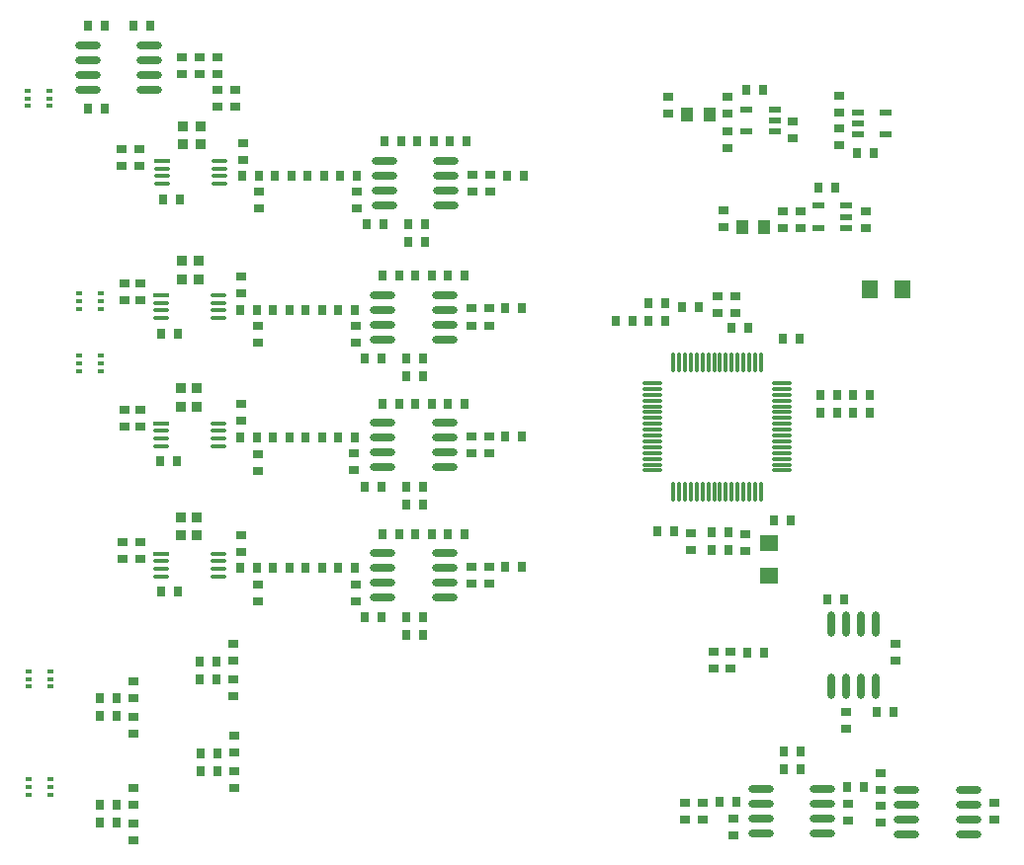
<source format=gtp>
G04*
G04 #@! TF.GenerationSoftware,Altium Limited,Altium Designer,22.0.2 (36)*
G04*
G04 Layer_Color=8421504*
%FSLAX25Y25*%
%MOIN*%
G70*
G04*
G04 #@! TF.SameCoordinates,8A9B01F1-EDD2-4DB2-B9E0-C6938A593893*
G04*
G04*
G04 #@! TF.FilePolarity,Positive*
G04*
G01*
G75*
%ADD18R,0.03347X0.02953*%
%ADD19R,0.03347X0.03543*%
%ADD20O,0.05512X0.01200*%
%ADD21R,0.05512X0.01200*%
%ADD22R,0.02953X0.03347*%
%ADD23O,0.07087X0.01181*%
%ADD24O,0.01181X0.07087*%
%ADD25O,0.08661X0.02362*%
%ADD26R,0.06496X0.05512*%
%ADD27R,0.05512X0.06496*%
%ADD28R,0.03937X0.05118*%
%ADD29R,0.04134X0.02362*%
%ADD30O,0.02362X0.08661*%
%ADD31R,0.02165X0.01378*%
D18*
X456000Y121354D02*
D03*
Y115646D02*
D03*
X194000Y372854D02*
D03*
Y367146D02*
D03*
X188000Y372854D02*
D03*
Y367146D02*
D03*
X182000Y367146D02*
D03*
Y372854D02*
D03*
X194000Y361854D02*
D03*
Y356146D02*
D03*
X200000Y361854D02*
D03*
Y356146D02*
D03*
X367000Y166500D02*
D03*
Y172209D02*
D03*
X361082Y166512D02*
D03*
Y172221D02*
D03*
X353500Y212209D02*
D03*
Y206500D02*
D03*
X372000Y211854D02*
D03*
Y206146D02*
D03*
X368500Y286646D02*
D03*
Y292354D02*
D03*
X162000Y209354D02*
D03*
Y203646D02*
D03*
X162500Y253854D02*
D03*
Y248146D02*
D03*
X162458Y296466D02*
D03*
Y290757D02*
D03*
X161500Y341854D02*
D03*
Y336146D02*
D03*
X388000Y351354D02*
D03*
Y345646D02*
D03*
X346000Y359468D02*
D03*
Y353759D02*
D03*
X366000Y347868D02*
D03*
Y342159D02*
D03*
Y359468D02*
D03*
Y353759D02*
D03*
X362500Y292354D02*
D03*
Y286646D02*
D03*
X406000Y146146D02*
D03*
Y151854D02*
D03*
X357500Y121354D02*
D03*
Y115646D02*
D03*
X351500Y121354D02*
D03*
Y115646D02*
D03*
X368000Y115854D02*
D03*
Y110146D02*
D03*
X406500Y115146D02*
D03*
Y120854D02*
D03*
X417500Y131354D02*
D03*
Y125646D02*
D03*
Y114646D02*
D03*
Y120354D02*
D03*
X412500Y320868D02*
D03*
Y315159D02*
D03*
X364500Y315514D02*
D03*
Y321222D02*
D03*
X384500Y315159D02*
D03*
Y320868D02*
D03*
X390500D02*
D03*
Y315159D02*
D03*
X403500Y354132D02*
D03*
Y359841D02*
D03*
Y343132D02*
D03*
Y348841D02*
D03*
X165500Y150354D02*
D03*
Y144646D02*
D03*
Y162354D02*
D03*
Y156646D02*
D03*
X199248Y162947D02*
D03*
Y157238D02*
D03*
X199146Y174854D02*
D03*
Y169146D02*
D03*
X165500Y114354D02*
D03*
Y108646D02*
D03*
Y126354D02*
D03*
Y120646D02*
D03*
X285500Y244854D02*
D03*
Y239146D02*
D03*
X207500Y233291D02*
D03*
Y239000D02*
D03*
X168000Y253854D02*
D03*
Y248146D02*
D03*
X285500Y200854D02*
D03*
Y195146D02*
D03*
X207500Y189291D02*
D03*
Y195000D02*
D03*
X168000Y209354D02*
D03*
Y203646D02*
D03*
X279500Y239146D02*
D03*
Y244854D02*
D03*
X240000Y233646D02*
D03*
Y239354D02*
D03*
X202000Y255854D02*
D03*
Y250146D02*
D03*
X279500Y195146D02*
D03*
Y200854D02*
D03*
X240500Y189291D02*
D03*
Y195000D02*
D03*
X202000Y211709D02*
D03*
Y206000D02*
D03*
X202500Y343854D02*
D03*
Y338146D02*
D03*
X241000Y321791D02*
D03*
Y327500D02*
D03*
X280000Y327646D02*
D03*
Y333354D02*
D03*
X167500Y341854D02*
D03*
Y336146D02*
D03*
X208000Y321791D02*
D03*
Y327500D02*
D03*
X286000Y333354D02*
D03*
Y327646D02*
D03*
X202000Y298917D02*
D03*
Y293209D02*
D03*
X240500Y276500D02*
D03*
Y282209D02*
D03*
X279500Y282354D02*
D03*
Y288063D02*
D03*
X168000Y296563D02*
D03*
Y290854D02*
D03*
X207500Y276500D02*
D03*
Y282209D02*
D03*
X285500Y288063D02*
D03*
Y282354D02*
D03*
X199500Y131854D02*
D03*
Y126146D02*
D03*
Y143854D02*
D03*
Y138146D02*
D03*
X422500Y174854D02*
D03*
Y169146D02*
D03*
D19*
X187500Y304051D02*
D03*
Y297949D02*
D03*
X182000Y297949D02*
D03*
Y304051D02*
D03*
X187000Y261052D02*
D03*
Y254949D02*
D03*
X181500Y254948D02*
D03*
Y261051D02*
D03*
X188203Y343401D02*
D03*
Y349503D02*
D03*
X182203Y349502D02*
D03*
Y343400D02*
D03*
X187000Y211449D02*
D03*
Y217551D02*
D03*
X181500Y217551D02*
D03*
Y211449D02*
D03*
D20*
X174854Y244220D02*
D03*
X194146Y249339D02*
D03*
Y246779D02*
D03*
Y244220D02*
D03*
Y241661D02*
D03*
X174854D02*
D03*
Y246779D02*
D03*
Y202780D02*
D03*
Y197661D02*
D03*
X194146D02*
D03*
Y200220D02*
D03*
Y202780D02*
D03*
Y205339D02*
D03*
X174854Y200220D02*
D03*
X175354Y335279D02*
D03*
Y330161D02*
D03*
X194646D02*
D03*
Y332720D02*
D03*
Y335279D02*
D03*
Y337839D02*
D03*
X175354Y332720D02*
D03*
X174854Y289988D02*
D03*
Y284870D02*
D03*
X194146D02*
D03*
Y287429D02*
D03*
Y289988D02*
D03*
Y292547D02*
D03*
X174854Y287429D02*
D03*
D21*
Y249339D02*
D03*
Y205339D02*
D03*
X175354Y337839D02*
D03*
X174854Y292547D02*
D03*
D22*
X384646Y278000D02*
D03*
X390560Y138497D02*
D03*
X384852D02*
D03*
X390500Y132500D02*
D03*
X384791D02*
D03*
X378354Y172000D02*
D03*
X372646D02*
D03*
X342146Y213000D02*
D03*
X347854D02*
D03*
X360646Y212500D02*
D03*
X366354D02*
D03*
X360646Y206500D02*
D03*
X366354D02*
D03*
X381646Y216500D02*
D03*
X387354D02*
D03*
X414000Y259000D02*
D03*
X408291D02*
D03*
X402854D02*
D03*
X397146D02*
D03*
X413854Y253000D02*
D03*
X408146D02*
D03*
X402854D02*
D03*
X397146D02*
D03*
X390354Y278000D02*
D03*
X367146Y281500D02*
D03*
X372854D02*
D03*
X344854Y284000D02*
D03*
X339146D02*
D03*
X339291Y290000D02*
D03*
X345000D02*
D03*
X328146Y284000D02*
D03*
X333854D02*
D03*
X155854Y355500D02*
D03*
X150146D02*
D03*
X165646Y383500D02*
D03*
X171354D02*
D03*
X150146D02*
D03*
X155854D02*
D03*
X255354Y256000D02*
D03*
X249646D02*
D03*
X356354Y288500D02*
D03*
X350646D02*
D03*
X411854Y126500D02*
D03*
X406146D02*
D03*
X368854Y121500D02*
D03*
X363146D02*
D03*
X396646Y329014D02*
D03*
X402354D02*
D03*
X372146Y362014D02*
D03*
X377854D02*
D03*
X409646Y340486D02*
D03*
X415354D02*
D03*
X154146Y150500D02*
D03*
X159854D02*
D03*
X154146Y156500D02*
D03*
X159854D02*
D03*
X187791Y163000D02*
D03*
X193500D02*
D03*
X187791Y169000D02*
D03*
X193500D02*
D03*
X188146Y138000D02*
D03*
X193854D02*
D03*
X188146Y132000D02*
D03*
X193854D02*
D03*
X154146Y114500D02*
D03*
X159854D02*
D03*
X154146Y120500D02*
D03*
X159854D02*
D03*
X240354Y244500D02*
D03*
X234646D02*
D03*
X229354D02*
D03*
X223646D02*
D03*
X266354Y256000D02*
D03*
X260646D02*
D03*
X296709Y245000D02*
D03*
X291000D02*
D03*
X263354Y228000D02*
D03*
X257646D02*
D03*
X240209Y200500D02*
D03*
X234500D02*
D03*
X229209D02*
D03*
X223500D02*
D03*
X266354Y212000D02*
D03*
X260646D02*
D03*
X296709Y201000D02*
D03*
X291000D02*
D03*
X263354Y184000D02*
D03*
X257646D02*
D03*
X180354Y236500D02*
D03*
X174646D02*
D03*
X249354Y228000D02*
D03*
X243646D02*
D03*
X212500Y244500D02*
D03*
X218209D02*
D03*
X201646D02*
D03*
X207354D02*
D03*
X271646Y256000D02*
D03*
X277354D02*
D03*
X257646Y222000D02*
D03*
X263354D02*
D03*
X180709Y192500D02*
D03*
X175000D02*
D03*
X249354Y184000D02*
D03*
X243646D02*
D03*
X212646Y200500D02*
D03*
X218354D02*
D03*
X201646D02*
D03*
X207354D02*
D03*
X249646Y212000D02*
D03*
X255354D02*
D03*
X271646D02*
D03*
X277354D02*
D03*
X257646Y178000D02*
D03*
X263354D02*
D03*
X258146Y310500D02*
D03*
X263854D02*
D03*
X272146Y344500D02*
D03*
X277854D02*
D03*
X250146D02*
D03*
X255854D02*
D03*
X202146Y333000D02*
D03*
X207854D02*
D03*
X213146D02*
D03*
X218854D02*
D03*
X249854Y316500D02*
D03*
X244146D02*
D03*
X181354Y325000D02*
D03*
X175646D02*
D03*
X263854Y316500D02*
D03*
X258146D02*
D03*
X297354Y333000D02*
D03*
X291646D02*
D03*
X266854Y344500D02*
D03*
X261146D02*
D03*
X229854Y333000D02*
D03*
X224146D02*
D03*
X240854D02*
D03*
X235146D02*
D03*
X257646Y265209D02*
D03*
X263354D02*
D03*
X271646Y299209D02*
D03*
X277354D02*
D03*
X249646D02*
D03*
X255354D02*
D03*
X201646Y287709D02*
D03*
X207354D02*
D03*
X212646D02*
D03*
X218354D02*
D03*
X249354Y271209D02*
D03*
X243646D02*
D03*
X180709Y279709D02*
D03*
X175000D02*
D03*
X263354Y271209D02*
D03*
X257646D02*
D03*
X296709Y288209D02*
D03*
X291000D02*
D03*
X266354Y299209D02*
D03*
X260646D02*
D03*
X229209Y287709D02*
D03*
X223500D02*
D03*
X240209D02*
D03*
X234500D02*
D03*
X405354Y190000D02*
D03*
X399646D02*
D03*
X416146Y152000D02*
D03*
X421854D02*
D03*
D23*
X384240Y262913D02*
D03*
Y237323D02*
D03*
Y260945D02*
D03*
Y258976D02*
D03*
Y257008D02*
D03*
Y255039D02*
D03*
Y253071D02*
D03*
Y251102D02*
D03*
Y249134D02*
D03*
Y247165D02*
D03*
Y245197D02*
D03*
Y243228D02*
D03*
Y241260D02*
D03*
Y239291D02*
D03*
Y235354D02*
D03*
Y233386D02*
D03*
X340539D02*
D03*
Y235354D02*
D03*
Y237323D02*
D03*
Y239291D02*
D03*
Y241260D02*
D03*
Y243228D02*
D03*
Y245197D02*
D03*
Y247165D02*
D03*
Y249134D02*
D03*
Y251102D02*
D03*
Y253071D02*
D03*
Y255039D02*
D03*
Y257008D02*
D03*
Y258976D02*
D03*
Y260945D02*
D03*
Y262913D02*
D03*
D24*
X375185Y270000D02*
D03*
X347626D02*
D03*
X349594D02*
D03*
X351563D02*
D03*
X353532D02*
D03*
X355500D02*
D03*
X357469D02*
D03*
X359437D02*
D03*
X361405D02*
D03*
X363374D02*
D03*
X365342D02*
D03*
X367311D02*
D03*
X369280D02*
D03*
X371248D02*
D03*
X373217D02*
D03*
X377153D02*
D03*
Y226299D02*
D03*
X375185D02*
D03*
X373217D02*
D03*
X371248D02*
D03*
X369280D02*
D03*
X367311D02*
D03*
X365342D02*
D03*
X363374D02*
D03*
X361405D02*
D03*
X359437D02*
D03*
X357469D02*
D03*
X355500D02*
D03*
X353532D02*
D03*
X351563D02*
D03*
X349594D02*
D03*
X347626D02*
D03*
D25*
X447269Y110592D02*
D03*
Y115593D02*
D03*
Y120592D02*
D03*
Y125593D02*
D03*
X426372Y110592D02*
D03*
Y115593D02*
D03*
Y120592D02*
D03*
Y125593D02*
D03*
X170949Y362000D02*
D03*
Y367000D02*
D03*
Y372000D02*
D03*
Y377000D02*
D03*
X150051Y362000D02*
D03*
Y367000D02*
D03*
Y372000D02*
D03*
Y377000D02*
D03*
X270949Y323000D02*
D03*
Y328000D02*
D03*
Y333000D02*
D03*
Y338000D02*
D03*
X250051Y323000D02*
D03*
Y328000D02*
D03*
Y333000D02*
D03*
Y338000D02*
D03*
X270449Y234500D02*
D03*
Y239500D02*
D03*
Y244500D02*
D03*
Y249500D02*
D03*
X249551Y234500D02*
D03*
Y239500D02*
D03*
Y244500D02*
D03*
Y249500D02*
D03*
X397949Y111000D02*
D03*
Y116000D02*
D03*
Y121000D02*
D03*
Y126000D02*
D03*
X377051Y111000D02*
D03*
Y116000D02*
D03*
Y121000D02*
D03*
Y126000D02*
D03*
X249551Y205500D02*
D03*
Y200500D02*
D03*
Y195500D02*
D03*
Y190500D02*
D03*
X270449Y205500D02*
D03*
Y200500D02*
D03*
Y195500D02*
D03*
Y190500D02*
D03*
X249551Y292709D02*
D03*
Y287709D02*
D03*
Y282709D02*
D03*
Y277709D02*
D03*
X270449Y292709D02*
D03*
Y287709D02*
D03*
Y282709D02*
D03*
Y277709D02*
D03*
D26*
X380000Y197988D02*
D03*
Y209012D02*
D03*
D27*
X425012Y294500D02*
D03*
X413988D02*
D03*
D28*
X359740Y353614D02*
D03*
X352260D02*
D03*
X370760Y315514D02*
D03*
X378240D02*
D03*
D29*
X381724Y347773D02*
D03*
Y351514D02*
D03*
Y355254D02*
D03*
X372276D02*
D03*
Y347773D02*
D03*
X396595Y315273D02*
D03*
Y322754D02*
D03*
X406043D02*
D03*
Y319014D02*
D03*
Y315273D02*
D03*
X419224Y354227D02*
D03*
Y346746D02*
D03*
X409776D02*
D03*
Y350486D02*
D03*
Y354227D02*
D03*
D30*
X401000Y160551D02*
D03*
X406000D02*
D03*
X411000D02*
D03*
X416000D02*
D03*
X401000Y181449D02*
D03*
X406000D02*
D03*
X411000D02*
D03*
X416000D02*
D03*
D31*
X137142Y356441D02*
D03*
Y359000D02*
D03*
Y361559D02*
D03*
X129858D02*
D03*
Y359000D02*
D03*
Y356441D02*
D03*
X154642Y287941D02*
D03*
Y290500D02*
D03*
Y293059D02*
D03*
X147358D02*
D03*
Y290500D02*
D03*
Y287941D02*
D03*
X154642Y266941D02*
D03*
Y269500D02*
D03*
Y272059D02*
D03*
X147358D02*
D03*
Y269500D02*
D03*
Y266941D02*
D03*
X137642Y160441D02*
D03*
Y163000D02*
D03*
Y165559D02*
D03*
X130358D02*
D03*
Y163000D02*
D03*
Y160441D02*
D03*
X137642Y123941D02*
D03*
Y126500D02*
D03*
Y129059D02*
D03*
X130358D02*
D03*
Y126500D02*
D03*
Y123941D02*
D03*
M02*

</source>
